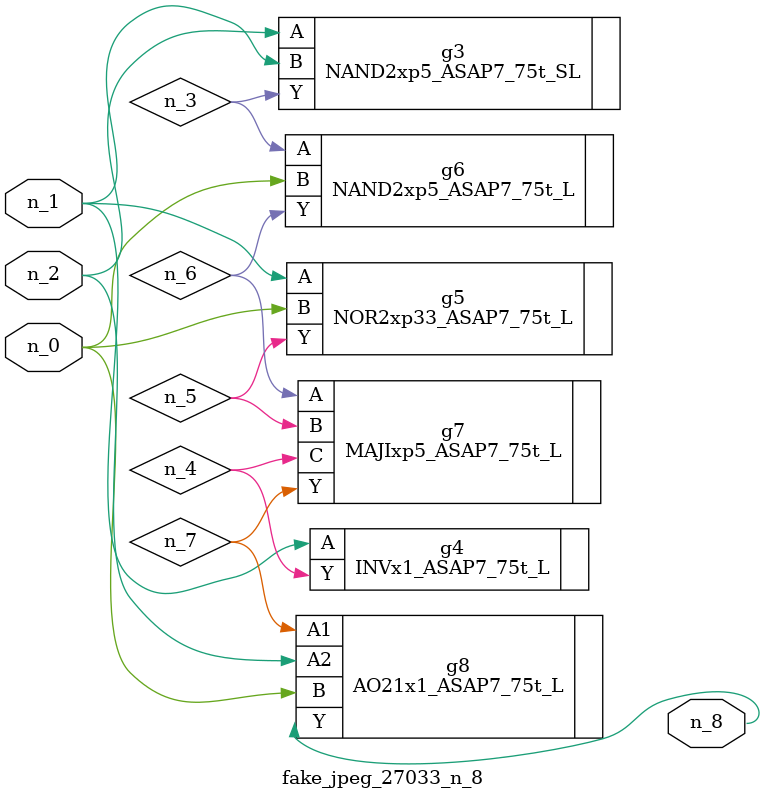
<source format=v>
module fake_jpeg_27033_n_8 (n_0, n_2, n_1, n_8);

input n_0;
input n_2;
input n_1;

output n_8;

wire n_3;
wire n_4;
wire n_6;
wire n_5;
wire n_7;

NAND2xp5_ASAP7_75t_SL g3 ( 
.A(n_2),
.B(n_1),
.Y(n_3)
);

INVx1_ASAP7_75t_L g4 ( 
.A(n_1),
.Y(n_4)
);

NOR2xp33_ASAP7_75t_L g5 ( 
.A(n_1),
.B(n_0),
.Y(n_5)
);

NAND2xp5_ASAP7_75t_L g6 ( 
.A(n_3),
.B(n_0),
.Y(n_6)
);

MAJIxp5_ASAP7_75t_L g7 ( 
.A(n_6),
.B(n_5),
.C(n_4),
.Y(n_7)
);

AO21x1_ASAP7_75t_L g8 ( 
.A1(n_7),
.A2(n_2),
.B(n_0),
.Y(n_8)
);


endmodule
</source>
